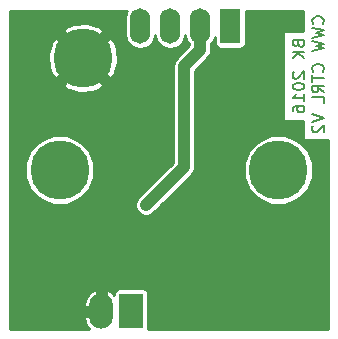
<source format=gbr>
G04 #@! TF.FileFunction,Copper,L2,Bot,Signal*
%FSLAX46Y46*%
G04 Gerber Fmt 4.6, Leading zero omitted, Abs format (unit mm)*
G04 Created by KiCad (PCBNEW 4.0.2-stable) date 3/13/2016 5:29:00 PM*
%MOMM*%
G01*
G04 APERTURE LIST*
%ADD10C,0.100000*%
%ADD11C,0.150000*%
%ADD12R,1.727200X3.000000*%
%ADD13O,1.727200X3.000000*%
%ADD14R,2.032000X3.000000*%
%ADD15O,2.032000X3.000000*%
%ADD16C,5.000000*%
%ADD17C,1.000000*%
%ADD18C,1.000000*%
%ADD19C,0.254000*%
G04 APERTURE END LIST*
D10*
D11*
X167027143Y-63616286D02*
X167074762Y-63568667D01*
X167122381Y-63425810D01*
X167122381Y-63330572D01*
X167074762Y-63187714D01*
X166979524Y-63092476D01*
X166884286Y-63044857D01*
X166693810Y-62997238D01*
X166550952Y-62997238D01*
X166360476Y-63044857D01*
X166265238Y-63092476D01*
X166170000Y-63187714D01*
X166122381Y-63330572D01*
X166122381Y-63425810D01*
X166170000Y-63568667D01*
X166217619Y-63616286D01*
X166122381Y-63949619D02*
X167122381Y-64187714D01*
X166408095Y-64378191D01*
X167122381Y-64568667D01*
X166122381Y-64806762D01*
X166122381Y-65092476D02*
X167122381Y-65330571D01*
X166408095Y-65521048D01*
X167122381Y-65711524D01*
X166122381Y-65949619D01*
X167027143Y-67663905D02*
X167074762Y-67616286D01*
X167122381Y-67473429D01*
X167122381Y-67378191D01*
X167074762Y-67235333D01*
X166979524Y-67140095D01*
X166884286Y-67092476D01*
X166693810Y-67044857D01*
X166550952Y-67044857D01*
X166360476Y-67092476D01*
X166265238Y-67140095D01*
X166170000Y-67235333D01*
X166122381Y-67378191D01*
X166122381Y-67473429D01*
X166170000Y-67616286D01*
X166217619Y-67663905D01*
X166122381Y-67949619D02*
X166122381Y-68521048D01*
X167122381Y-68235333D02*
X166122381Y-68235333D01*
X167122381Y-69425810D02*
X166646190Y-69092476D01*
X167122381Y-68854381D02*
X166122381Y-68854381D01*
X166122381Y-69235334D01*
X166170000Y-69330572D01*
X166217619Y-69378191D01*
X166312857Y-69425810D01*
X166455714Y-69425810D01*
X166550952Y-69378191D01*
X166598571Y-69330572D01*
X166646190Y-69235334D01*
X166646190Y-68854381D01*
X167122381Y-70330572D02*
X167122381Y-69854381D01*
X166122381Y-69854381D01*
X166122381Y-71282953D02*
X167122381Y-71616286D01*
X166122381Y-71949620D01*
X166217619Y-72235334D02*
X166170000Y-72282953D01*
X166122381Y-72378191D01*
X166122381Y-72616287D01*
X166170000Y-72711525D01*
X166217619Y-72759144D01*
X166312857Y-72806763D01*
X166408095Y-72806763D01*
X166550952Y-72759144D01*
X167122381Y-72187715D01*
X167122381Y-72806763D01*
X164947571Y-65314715D02*
X164995190Y-65457572D01*
X165042810Y-65505191D01*
X165138048Y-65552810D01*
X165280905Y-65552810D01*
X165376143Y-65505191D01*
X165423762Y-65457572D01*
X165471381Y-65362334D01*
X165471381Y-64981381D01*
X164471381Y-64981381D01*
X164471381Y-65314715D01*
X164519000Y-65409953D01*
X164566619Y-65457572D01*
X164661857Y-65505191D01*
X164757095Y-65505191D01*
X164852333Y-65457572D01*
X164899952Y-65409953D01*
X164947571Y-65314715D01*
X164947571Y-64981381D01*
X165471381Y-65981381D02*
X164471381Y-65981381D01*
X165471381Y-66552810D02*
X164899952Y-66124238D01*
X164471381Y-66552810D02*
X165042810Y-65981381D01*
X164566619Y-67695667D02*
X164519000Y-67743286D01*
X164471381Y-67838524D01*
X164471381Y-68076620D01*
X164519000Y-68171858D01*
X164566619Y-68219477D01*
X164661857Y-68267096D01*
X164757095Y-68267096D01*
X164899952Y-68219477D01*
X165471381Y-67648048D01*
X165471381Y-68267096D01*
X164471381Y-68886143D02*
X164471381Y-68981382D01*
X164519000Y-69076620D01*
X164566619Y-69124239D01*
X164661857Y-69171858D01*
X164852333Y-69219477D01*
X165090429Y-69219477D01*
X165280905Y-69171858D01*
X165376143Y-69124239D01*
X165423762Y-69076620D01*
X165471381Y-68981382D01*
X165471381Y-68886143D01*
X165423762Y-68790905D01*
X165376143Y-68743286D01*
X165280905Y-68695667D01*
X165090429Y-68648048D01*
X164852333Y-68648048D01*
X164661857Y-68695667D01*
X164566619Y-68743286D01*
X164519000Y-68790905D01*
X164471381Y-68886143D01*
X165471381Y-70171858D02*
X165471381Y-69600429D01*
X165471381Y-69886143D02*
X164471381Y-69886143D01*
X164614238Y-69790905D01*
X164709476Y-69695667D01*
X164757095Y-69600429D01*
X164471381Y-71029001D02*
X164471381Y-70838524D01*
X164519000Y-70743286D01*
X164566619Y-70695667D01*
X164709476Y-70600429D01*
X164899952Y-70552810D01*
X165280905Y-70552810D01*
X165376143Y-70600429D01*
X165423762Y-70648048D01*
X165471381Y-70743286D01*
X165471381Y-70933763D01*
X165423762Y-71029001D01*
X165376143Y-71076620D01*
X165280905Y-71124239D01*
X165042810Y-71124239D01*
X164947571Y-71076620D01*
X164899952Y-71029001D01*
X164852333Y-70933763D01*
X164852333Y-70743286D01*
X164899952Y-70648048D01*
X164947571Y-70600429D01*
X165042810Y-70552810D01*
D12*
X159200000Y-63800000D03*
D13*
X156660000Y-63800000D03*
X154120000Y-63800000D03*
X151580000Y-63800000D03*
D14*
X150795000Y-87968000D03*
D15*
X148255000Y-87968000D03*
D16*
X144750000Y-76000000D03*
X163250000Y-76000000D03*
X146750000Y-66500000D03*
D17*
X142286000Y-87079000D03*
X161717000Y-85936000D03*
X157780000Y-72220000D03*
X152065000Y-78970000D03*
D18*
X155240000Y-75776000D02*
X155240000Y-67236000D01*
X155240000Y-67236000D02*
X156660000Y-65816000D01*
X156660000Y-65816000D02*
X156660000Y-63800000D01*
X152564999Y-78451001D02*
X155240000Y-75776000D01*
X152065000Y-78970000D02*
X152564999Y-78470001D01*
X152564999Y-78470001D02*
X152564999Y-78451001D01*
D19*
G36*
X150387641Y-62631957D02*
X150289400Y-63125848D01*
X150289400Y-64474152D01*
X150387641Y-64968043D01*
X150667408Y-65386744D01*
X151086109Y-65666511D01*
X151580000Y-65764752D01*
X152073891Y-65666511D01*
X152492592Y-65386744D01*
X152772359Y-64968043D01*
X152850000Y-64577715D01*
X152927641Y-64968043D01*
X153207408Y-65386744D01*
X153626109Y-65666511D01*
X154120000Y-65764752D01*
X154613891Y-65666511D01*
X155032592Y-65386744D01*
X155312359Y-64968043D01*
X155390000Y-64577715D01*
X155467641Y-64968043D01*
X155733000Y-65365181D01*
X155733000Y-65432024D01*
X154584512Y-66580512D01*
X154383564Y-66881252D01*
X154313000Y-67236000D01*
X154313000Y-75392024D01*
X151909511Y-77795513D01*
X151871251Y-77852773D01*
X151409798Y-78314226D01*
X151279586Y-78444211D01*
X151138161Y-78784799D01*
X151137839Y-79153583D01*
X151278669Y-79494417D01*
X151539211Y-79755414D01*
X151879799Y-79896839D01*
X152248583Y-79897161D01*
X152589417Y-79756331D01*
X152850414Y-79495789D01*
X152850575Y-79495401D01*
X153220487Y-79125489D01*
X153258746Y-79068230D01*
X155747314Y-76579662D01*
X160322493Y-76579662D01*
X160767164Y-77655846D01*
X161589823Y-78479943D01*
X162665229Y-78926490D01*
X163829662Y-78927507D01*
X164905846Y-78482836D01*
X165729943Y-77660177D01*
X166176490Y-76584771D01*
X166177507Y-75420338D01*
X165732836Y-74344154D01*
X164910177Y-73520057D01*
X163834771Y-73073510D01*
X162670338Y-73072493D01*
X161594154Y-73517164D01*
X160770057Y-74339823D01*
X160323510Y-75415229D01*
X160322493Y-76579662D01*
X155747314Y-76579662D01*
X155895488Y-76431488D01*
X156096437Y-76130747D01*
X156167000Y-75776000D01*
X156167000Y-67619976D01*
X157315488Y-66471488D01*
X157516436Y-66170748D01*
X157587000Y-65816000D01*
X157587000Y-65365181D01*
X157852359Y-64968043D01*
X157901035Y-64723332D01*
X157901035Y-65300000D01*
X157930809Y-65458237D01*
X158024327Y-65603567D01*
X158167019Y-65701064D01*
X158336400Y-65735365D01*
X160063600Y-65735365D01*
X160221837Y-65705591D01*
X160367167Y-65612073D01*
X160464664Y-65469381D01*
X160498965Y-65300000D01*
X160498965Y-62502000D01*
X165318000Y-62502000D01*
X165318000Y-64241285D01*
X163667000Y-64241285D01*
X163667000Y-71816714D01*
X165318000Y-71816714D01*
X165318000Y-73499238D01*
X167498000Y-73499238D01*
X167498000Y-89498000D01*
X152240290Y-89498000D01*
X152246365Y-89468000D01*
X152246365Y-86468000D01*
X152216591Y-86309763D01*
X152123073Y-86164433D01*
X151980381Y-86066936D01*
X151811000Y-86032635D01*
X149779000Y-86032635D01*
X149620763Y-86062409D01*
X149475433Y-86155927D01*
X149377936Y-86298619D01*
X149343635Y-86468000D01*
X149343635Y-86549832D01*
X149201361Y-86370290D01*
X148841471Y-86165554D01*
X148628000Y-86200865D01*
X148628000Y-87595000D01*
X148648000Y-87595000D01*
X148648000Y-88341000D01*
X148628000Y-88341000D01*
X148628000Y-88361000D01*
X147882000Y-88361000D01*
X147882000Y-88341000D01*
X146904483Y-88341000D01*
X146798310Y-88570333D01*
X146954478Y-89118777D01*
X147254984Y-89498000D01*
X140502000Y-89498000D01*
X140502000Y-87365667D01*
X146798310Y-87365667D01*
X146904483Y-87595000D01*
X147882000Y-87595000D01*
X147882000Y-86200865D01*
X147668529Y-86165554D01*
X147308639Y-86370290D01*
X146954478Y-86817223D01*
X146798310Y-87365667D01*
X140502000Y-87365667D01*
X140502000Y-76579662D01*
X141822493Y-76579662D01*
X142267164Y-77655846D01*
X143089823Y-78479943D01*
X144165229Y-78926490D01*
X145329662Y-78927507D01*
X146405846Y-78482836D01*
X147229943Y-77660177D01*
X147676490Y-76584771D01*
X147677507Y-75420338D01*
X147232836Y-74344154D01*
X146410177Y-73520057D01*
X145334771Y-73073510D01*
X144170338Y-73072493D01*
X143094154Y-73517164D01*
X142270057Y-74339823D01*
X141823510Y-75415229D01*
X141822493Y-76579662D01*
X140502000Y-76579662D01*
X140502000Y-68781350D01*
X144996152Y-68781350D01*
X145311366Y-69114696D01*
X146421476Y-69466205D01*
X147581601Y-69366136D01*
X148188634Y-69114696D01*
X148503848Y-68781350D01*
X146750000Y-67027502D01*
X144996152Y-68781350D01*
X140502000Y-68781350D01*
X140502000Y-66171476D01*
X143783795Y-66171476D01*
X143883864Y-67331601D01*
X144135304Y-67938634D01*
X144468650Y-68253848D01*
X146222498Y-66500000D01*
X147277502Y-66500000D01*
X149031350Y-68253848D01*
X149364696Y-67938634D01*
X149716205Y-66828524D01*
X149616136Y-65668399D01*
X149364696Y-65061366D01*
X149031350Y-64746152D01*
X147277502Y-66500000D01*
X146222498Y-66500000D01*
X144468650Y-64746152D01*
X144135304Y-65061366D01*
X143783795Y-66171476D01*
X140502000Y-66171476D01*
X140502000Y-64218650D01*
X144996152Y-64218650D01*
X146750000Y-65972498D01*
X148503848Y-64218650D01*
X148188634Y-63885304D01*
X147078524Y-63533795D01*
X145918399Y-63633864D01*
X145311366Y-63885304D01*
X144996152Y-64218650D01*
X140502000Y-64218650D01*
X140502000Y-62502000D01*
X150474475Y-62502000D01*
X150387641Y-62631957D01*
X150387641Y-62631957D01*
G37*
X150387641Y-62631957D02*
X150289400Y-63125848D01*
X150289400Y-64474152D01*
X150387641Y-64968043D01*
X150667408Y-65386744D01*
X151086109Y-65666511D01*
X151580000Y-65764752D01*
X152073891Y-65666511D01*
X152492592Y-65386744D01*
X152772359Y-64968043D01*
X152850000Y-64577715D01*
X152927641Y-64968043D01*
X153207408Y-65386744D01*
X153626109Y-65666511D01*
X154120000Y-65764752D01*
X154613891Y-65666511D01*
X155032592Y-65386744D01*
X155312359Y-64968043D01*
X155390000Y-64577715D01*
X155467641Y-64968043D01*
X155733000Y-65365181D01*
X155733000Y-65432024D01*
X154584512Y-66580512D01*
X154383564Y-66881252D01*
X154313000Y-67236000D01*
X154313000Y-75392024D01*
X151909511Y-77795513D01*
X151871251Y-77852773D01*
X151409798Y-78314226D01*
X151279586Y-78444211D01*
X151138161Y-78784799D01*
X151137839Y-79153583D01*
X151278669Y-79494417D01*
X151539211Y-79755414D01*
X151879799Y-79896839D01*
X152248583Y-79897161D01*
X152589417Y-79756331D01*
X152850414Y-79495789D01*
X152850575Y-79495401D01*
X153220487Y-79125489D01*
X153258746Y-79068230D01*
X155747314Y-76579662D01*
X160322493Y-76579662D01*
X160767164Y-77655846D01*
X161589823Y-78479943D01*
X162665229Y-78926490D01*
X163829662Y-78927507D01*
X164905846Y-78482836D01*
X165729943Y-77660177D01*
X166176490Y-76584771D01*
X166177507Y-75420338D01*
X165732836Y-74344154D01*
X164910177Y-73520057D01*
X163834771Y-73073510D01*
X162670338Y-73072493D01*
X161594154Y-73517164D01*
X160770057Y-74339823D01*
X160323510Y-75415229D01*
X160322493Y-76579662D01*
X155747314Y-76579662D01*
X155895488Y-76431488D01*
X156096437Y-76130747D01*
X156167000Y-75776000D01*
X156167000Y-67619976D01*
X157315488Y-66471488D01*
X157516436Y-66170748D01*
X157587000Y-65816000D01*
X157587000Y-65365181D01*
X157852359Y-64968043D01*
X157901035Y-64723332D01*
X157901035Y-65300000D01*
X157930809Y-65458237D01*
X158024327Y-65603567D01*
X158167019Y-65701064D01*
X158336400Y-65735365D01*
X160063600Y-65735365D01*
X160221837Y-65705591D01*
X160367167Y-65612073D01*
X160464664Y-65469381D01*
X160498965Y-65300000D01*
X160498965Y-62502000D01*
X165318000Y-62502000D01*
X165318000Y-64241285D01*
X163667000Y-64241285D01*
X163667000Y-71816714D01*
X165318000Y-71816714D01*
X165318000Y-73499238D01*
X167498000Y-73499238D01*
X167498000Y-89498000D01*
X152240290Y-89498000D01*
X152246365Y-89468000D01*
X152246365Y-86468000D01*
X152216591Y-86309763D01*
X152123073Y-86164433D01*
X151980381Y-86066936D01*
X151811000Y-86032635D01*
X149779000Y-86032635D01*
X149620763Y-86062409D01*
X149475433Y-86155927D01*
X149377936Y-86298619D01*
X149343635Y-86468000D01*
X149343635Y-86549832D01*
X149201361Y-86370290D01*
X148841471Y-86165554D01*
X148628000Y-86200865D01*
X148628000Y-87595000D01*
X148648000Y-87595000D01*
X148648000Y-88341000D01*
X148628000Y-88341000D01*
X148628000Y-88361000D01*
X147882000Y-88361000D01*
X147882000Y-88341000D01*
X146904483Y-88341000D01*
X146798310Y-88570333D01*
X146954478Y-89118777D01*
X147254984Y-89498000D01*
X140502000Y-89498000D01*
X140502000Y-87365667D01*
X146798310Y-87365667D01*
X146904483Y-87595000D01*
X147882000Y-87595000D01*
X147882000Y-86200865D01*
X147668529Y-86165554D01*
X147308639Y-86370290D01*
X146954478Y-86817223D01*
X146798310Y-87365667D01*
X140502000Y-87365667D01*
X140502000Y-76579662D01*
X141822493Y-76579662D01*
X142267164Y-77655846D01*
X143089823Y-78479943D01*
X144165229Y-78926490D01*
X145329662Y-78927507D01*
X146405846Y-78482836D01*
X147229943Y-77660177D01*
X147676490Y-76584771D01*
X147677507Y-75420338D01*
X147232836Y-74344154D01*
X146410177Y-73520057D01*
X145334771Y-73073510D01*
X144170338Y-73072493D01*
X143094154Y-73517164D01*
X142270057Y-74339823D01*
X141823510Y-75415229D01*
X141822493Y-76579662D01*
X140502000Y-76579662D01*
X140502000Y-68781350D01*
X144996152Y-68781350D01*
X145311366Y-69114696D01*
X146421476Y-69466205D01*
X147581601Y-69366136D01*
X148188634Y-69114696D01*
X148503848Y-68781350D01*
X146750000Y-67027502D01*
X144996152Y-68781350D01*
X140502000Y-68781350D01*
X140502000Y-66171476D01*
X143783795Y-66171476D01*
X143883864Y-67331601D01*
X144135304Y-67938634D01*
X144468650Y-68253848D01*
X146222498Y-66500000D01*
X147277502Y-66500000D01*
X149031350Y-68253848D01*
X149364696Y-67938634D01*
X149716205Y-66828524D01*
X149616136Y-65668399D01*
X149364696Y-65061366D01*
X149031350Y-64746152D01*
X147277502Y-66500000D01*
X146222498Y-66500000D01*
X144468650Y-64746152D01*
X144135304Y-65061366D01*
X143783795Y-66171476D01*
X140502000Y-66171476D01*
X140502000Y-64218650D01*
X144996152Y-64218650D01*
X146750000Y-65972498D01*
X148503848Y-64218650D01*
X148188634Y-63885304D01*
X147078524Y-63533795D01*
X145918399Y-63633864D01*
X145311366Y-63885304D01*
X144996152Y-64218650D01*
X140502000Y-64218650D01*
X140502000Y-62502000D01*
X150474475Y-62502000D01*
X150387641Y-62631957D01*
M02*

</source>
